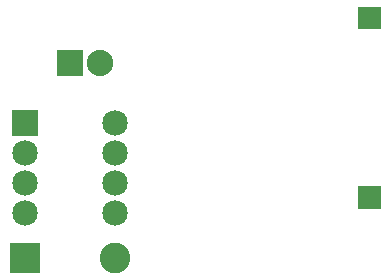
<source format=gts>
G04 MADE WITH FRITZING*
G04 WWW.FRITZING.ORG*
G04 DOUBLE SIDED*
G04 HOLES PLATED*
G04 CONTOUR ON CENTER OF CONTOUR VECTOR*
%ASAXBY*%
%FSLAX23Y23*%
%MOIN*%
%OFA0B0*%
%SFA1.0B1.0*%
%ADD10C,0.085000*%
%ADD11C,0.102000*%
%ADD12C,0.088000*%
%ADD13C,0.075000*%
%ADD14R,0.085000X0.085000*%
%ADD15R,0.102000X0.102000*%
%ADD16R,0.088000X0.088000*%
%ADD17R,0.001000X0.001000*%
%LNMASK1*%
G90*
G70*
G54D10*
X192Y608D03*
X492Y608D03*
X192Y508D03*
X492Y508D03*
X192Y408D03*
X492Y408D03*
X192Y308D03*
X492Y308D03*
G54D11*
X192Y158D03*
X492Y158D03*
G54D12*
X342Y808D03*
X442Y808D03*
G54D13*
X1342Y358D03*
X1342Y958D03*
X1342Y358D03*
X1342Y958D03*
G54D14*
X192Y608D03*
G54D15*
X192Y158D03*
G54D16*
X342Y808D03*
G54D17*
X1304Y995D02*
X1378Y995D01*
X1304Y994D02*
X1378Y994D01*
X1304Y993D02*
X1378Y993D01*
X1304Y992D02*
X1378Y992D01*
X1304Y991D02*
X1378Y991D01*
X1304Y990D02*
X1378Y990D01*
X1304Y989D02*
X1378Y989D01*
X1304Y988D02*
X1378Y988D01*
X1304Y987D02*
X1378Y987D01*
X1304Y986D02*
X1378Y986D01*
X1304Y985D02*
X1378Y985D01*
X1304Y984D02*
X1378Y984D01*
X1304Y983D02*
X1378Y983D01*
X1304Y982D02*
X1378Y982D01*
X1304Y981D02*
X1378Y981D01*
X1304Y980D02*
X1378Y980D01*
X1304Y979D02*
X1378Y979D01*
X1304Y978D02*
X1378Y978D01*
X1304Y977D02*
X1378Y977D01*
X1304Y976D02*
X1378Y976D01*
X1304Y975D02*
X1336Y975D01*
X1347Y975D02*
X1378Y975D01*
X1304Y974D02*
X1333Y974D01*
X1350Y974D02*
X1378Y974D01*
X1304Y973D02*
X1331Y973D01*
X1352Y973D02*
X1378Y973D01*
X1304Y972D02*
X1330Y972D01*
X1353Y972D02*
X1378Y972D01*
X1304Y971D02*
X1329Y971D01*
X1354Y971D02*
X1378Y971D01*
X1304Y970D02*
X1328Y970D01*
X1355Y970D02*
X1378Y970D01*
X1304Y969D02*
X1327Y969D01*
X1356Y969D02*
X1378Y969D01*
X1304Y968D02*
X1326Y968D01*
X1357Y968D02*
X1378Y968D01*
X1304Y967D02*
X1326Y967D01*
X1357Y967D02*
X1378Y967D01*
X1304Y966D02*
X1325Y966D01*
X1358Y966D02*
X1378Y966D01*
X1304Y965D02*
X1325Y965D01*
X1358Y965D02*
X1378Y965D01*
X1304Y964D02*
X1324Y964D01*
X1359Y964D02*
X1378Y964D01*
X1304Y963D02*
X1324Y963D01*
X1359Y963D02*
X1378Y963D01*
X1304Y962D02*
X1324Y962D01*
X1359Y962D02*
X1378Y962D01*
X1304Y961D02*
X1324Y961D01*
X1359Y961D02*
X1378Y961D01*
X1304Y960D02*
X1324Y960D01*
X1359Y960D02*
X1378Y960D01*
X1304Y959D02*
X1324Y959D01*
X1359Y959D02*
X1378Y959D01*
X1304Y958D02*
X1323Y958D01*
X1359Y958D02*
X1378Y958D01*
X1304Y957D02*
X1324Y957D01*
X1359Y957D02*
X1378Y957D01*
X1304Y956D02*
X1324Y956D01*
X1359Y956D02*
X1378Y956D01*
X1304Y955D02*
X1324Y955D01*
X1359Y955D02*
X1378Y955D01*
X1304Y954D02*
X1324Y954D01*
X1359Y954D02*
X1378Y954D01*
X1304Y953D02*
X1324Y953D01*
X1359Y953D02*
X1378Y953D01*
X1304Y952D02*
X1325Y952D01*
X1358Y952D02*
X1378Y952D01*
X1304Y951D02*
X1325Y951D01*
X1358Y951D02*
X1378Y951D01*
X1304Y950D02*
X1326Y950D01*
X1357Y950D02*
X1378Y950D01*
X1304Y949D02*
X1326Y949D01*
X1357Y949D02*
X1378Y949D01*
X1304Y948D02*
X1327Y948D01*
X1356Y948D02*
X1378Y948D01*
X1304Y947D02*
X1328Y947D01*
X1355Y947D02*
X1378Y947D01*
X1304Y946D02*
X1329Y946D01*
X1354Y946D02*
X1378Y946D01*
X1304Y945D02*
X1330Y945D01*
X1353Y945D02*
X1378Y945D01*
X1304Y944D02*
X1331Y944D01*
X1352Y944D02*
X1378Y944D01*
X1304Y943D02*
X1333Y943D01*
X1350Y943D02*
X1378Y943D01*
X1304Y942D02*
X1335Y942D01*
X1348Y942D02*
X1378Y942D01*
X1304Y941D02*
X1340Y941D01*
X1343Y941D02*
X1378Y941D01*
X1304Y940D02*
X1378Y940D01*
X1304Y939D02*
X1378Y939D01*
X1304Y938D02*
X1378Y938D01*
X1304Y937D02*
X1378Y937D01*
X1304Y936D02*
X1378Y936D01*
X1304Y935D02*
X1378Y935D01*
X1304Y934D02*
X1378Y934D01*
X1304Y933D02*
X1378Y933D01*
X1304Y932D02*
X1378Y932D01*
X1304Y931D02*
X1378Y931D01*
X1304Y930D02*
X1378Y930D01*
X1304Y929D02*
X1378Y929D01*
X1304Y928D02*
X1378Y928D01*
X1304Y927D02*
X1378Y927D01*
X1304Y926D02*
X1378Y926D01*
X1304Y925D02*
X1378Y925D01*
X1304Y924D02*
X1378Y924D01*
X1304Y923D02*
X1378Y923D01*
X1304Y922D02*
X1378Y922D01*
X1305Y921D02*
X1378Y921D01*
X1305Y396D02*
X1378Y396D01*
X1304Y395D02*
X1378Y395D01*
X1304Y394D02*
X1378Y394D01*
X1304Y393D02*
X1378Y393D01*
X1304Y392D02*
X1378Y392D01*
X1304Y391D02*
X1378Y391D01*
X1304Y390D02*
X1378Y390D01*
X1304Y389D02*
X1378Y389D01*
X1304Y388D02*
X1378Y388D01*
X1304Y387D02*
X1378Y387D01*
X1304Y386D02*
X1378Y386D01*
X1304Y385D02*
X1378Y385D01*
X1304Y384D02*
X1378Y384D01*
X1304Y383D02*
X1378Y383D01*
X1304Y382D02*
X1378Y382D01*
X1304Y381D02*
X1378Y381D01*
X1304Y380D02*
X1378Y380D01*
X1304Y379D02*
X1378Y379D01*
X1304Y378D02*
X1378Y378D01*
X1304Y377D02*
X1378Y377D01*
X1304Y376D02*
X1340Y376D01*
X1343Y376D02*
X1378Y376D01*
X1304Y375D02*
X1335Y375D01*
X1348Y375D02*
X1378Y375D01*
X1304Y374D02*
X1333Y374D01*
X1350Y374D02*
X1378Y374D01*
X1304Y373D02*
X1331Y373D01*
X1352Y373D02*
X1378Y373D01*
X1304Y372D02*
X1330Y372D01*
X1353Y372D02*
X1378Y372D01*
X1304Y371D02*
X1329Y371D01*
X1354Y371D02*
X1378Y371D01*
X1304Y370D02*
X1328Y370D01*
X1355Y370D02*
X1378Y370D01*
X1304Y369D02*
X1327Y369D01*
X1356Y369D02*
X1378Y369D01*
X1304Y368D02*
X1326Y368D01*
X1357Y368D02*
X1378Y368D01*
X1304Y367D02*
X1326Y367D01*
X1357Y367D02*
X1378Y367D01*
X1304Y366D02*
X1325Y366D01*
X1358Y366D02*
X1378Y366D01*
X1304Y365D02*
X1325Y365D01*
X1358Y365D02*
X1378Y365D01*
X1304Y364D02*
X1324Y364D01*
X1359Y364D02*
X1378Y364D01*
X1304Y363D02*
X1324Y363D01*
X1359Y363D02*
X1378Y363D01*
X1304Y362D02*
X1324Y362D01*
X1359Y362D02*
X1378Y362D01*
X1304Y361D02*
X1324Y361D01*
X1359Y361D02*
X1378Y361D01*
X1304Y360D02*
X1324Y360D01*
X1359Y360D02*
X1378Y360D01*
X1304Y359D02*
X1323Y359D01*
X1359Y359D02*
X1378Y359D01*
X1304Y358D02*
X1324Y358D01*
X1359Y358D02*
X1378Y358D01*
X1304Y357D02*
X1324Y357D01*
X1359Y357D02*
X1378Y357D01*
X1304Y356D02*
X1324Y356D01*
X1359Y356D02*
X1378Y356D01*
X1304Y355D02*
X1324Y355D01*
X1359Y355D02*
X1378Y355D01*
X1304Y354D02*
X1324Y354D01*
X1359Y354D02*
X1378Y354D01*
X1304Y353D02*
X1324Y353D01*
X1359Y353D02*
X1378Y353D01*
X1304Y352D02*
X1325Y352D01*
X1358Y352D02*
X1378Y352D01*
X1304Y351D02*
X1325Y351D01*
X1358Y351D02*
X1378Y351D01*
X1304Y350D02*
X1326Y350D01*
X1357Y350D02*
X1378Y350D01*
X1304Y349D02*
X1326Y349D01*
X1357Y349D02*
X1378Y349D01*
X1304Y348D02*
X1327Y348D01*
X1356Y348D02*
X1378Y348D01*
X1304Y347D02*
X1328Y347D01*
X1355Y347D02*
X1378Y347D01*
X1304Y346D02*
X1329Y346D01*
X1354Y346D02*
X1378Y346D01*
X1304Y345D02*
X1330Y345D01*
X1353Y345D02*
X1378Y345D01*
X1304Y344D02*
X1331Y344D01*
X1352Y344D02*
X1378Y344D01*
X1304Y343D02*
X1333Y343D01*
X1350Y343D02*
X1378Y343D01*
X1304Y342D02*
X1335Y342D01*
X1348Y342D02*
X1378Y342D01*
X1304Y341D02*
X1378Y341D01*
X1304Y340D02*
X1378Y340D01*
X1304Y339D02*
X1378Y339D01*
X1304Y338D02*
X1378Y338D01*
X1304Y337D02*
X1378Y337D01*
X1304Y336D02*
X1378Y336D01*
X1304Y335D02*
X1378Y335D01*
X1304Y334D02*
X1378Y334D01*
X1304Y333D02*
X1378Y333D01*
X1304Y332D02*
X1378Y332D01*
X1304Y331D02*
X1378Y331D01*
X1304Y330D02*
X1378Y330D01*
X1304Y329D02*
X1378Y329D01*
X1304Y328D02*
X1378Y328D01*
X1304Y327D02*
X1378Y327D01*
X1304Y326D02*
X1378Y326D01*
X1304Y325D02*
X1378Y325D01*
X1304Y324D02*
X1378Y324D01*
X1304Y323D02*
X1378Y323D01*
X1304Y322D02*
X1378Y322D01*
D02*
G04 End of Mask1*
M02*
</source>
